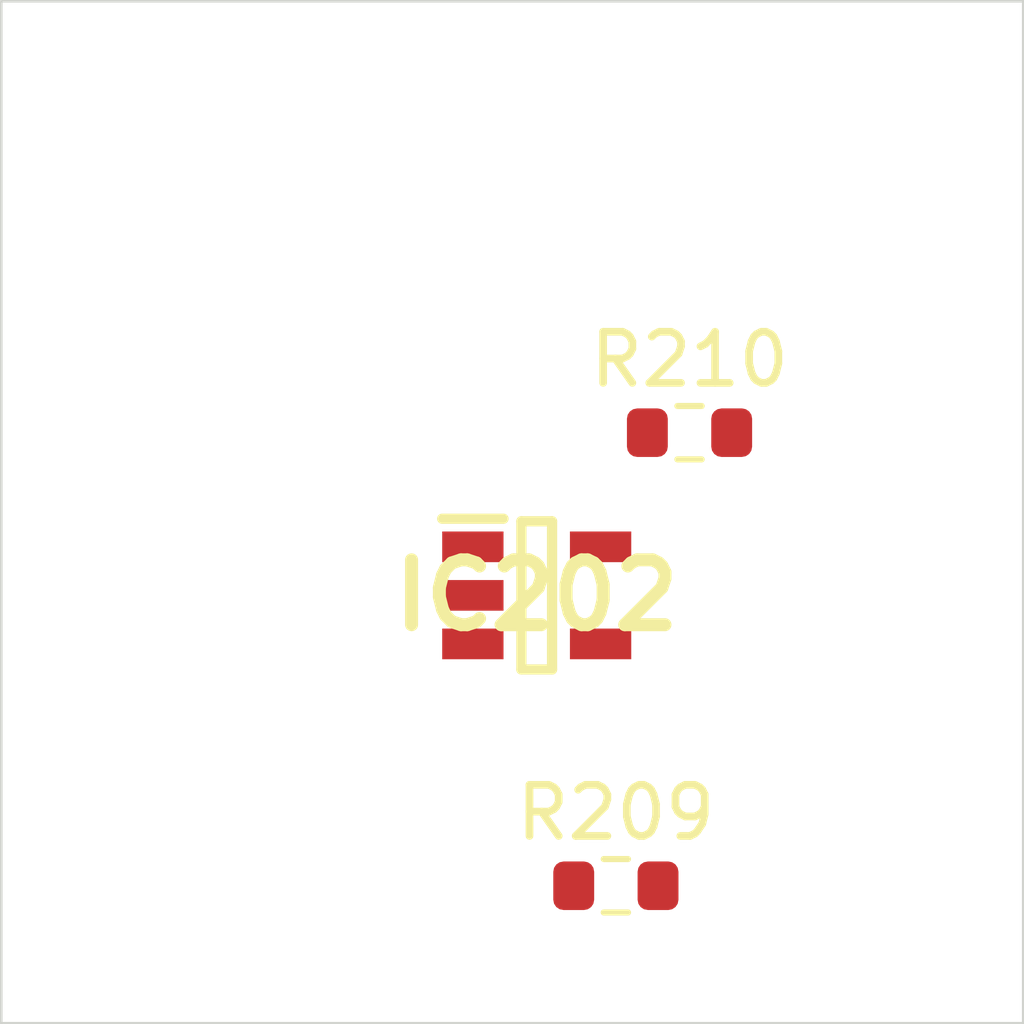
<source format=kicad_pcb>
 ( kicad_pcb  ( version 20171130 )
 ( host pcbnew 5.1.12-84ad8e8a86~92~ubuntu18.04.1 )
 ( general  ( thickness 1.6 )
 ( drawings 4 )
 ( tracks 0 )
 ( zones 0 )
 ( modules 3 )
 ( nets 5 )
)
 ( page A4 )
 ( layers  ( 0 F.Cu signal )
 ( 31 B.Cu signal )
 ( 32 B.Adhes user )
 ( 33 F.Adhes user )
 ( 34 B.Paste user )
 ( 35 F.Paste user )
 ( 36 B.SilkS user )
 ( 37 F.SilkS user )
 ( 38 B.Mask user )
 ( 39 F.Mask user )
 ( 40 Dwgs.User user )
 ( 41 Cmts.User user )
 ( 42 Eco1.User user )
 ( 43 Eco2.User user )
 ( 44 Edge.Cuts user )
 ( 45 Margin user )
 ( 46 B.CrtYd user )
 ( 47 F.CrtYd user )
 ( 48 B.Fab user )
 ( 49 F.Fab user )
)
 ( setup  ( last_trace_width 0.25 )
 ( trace_clearance 0.2 )
 ( zone_clearance 0.508 )
 ( zone_45_only no )
 ( trace_min 0.2 )
 ( via_size 0.8 )
 ( via_drill 0.4 )
 ( via_min_size 0.4 )
 ( via_min_drill 0.3 )
 ( uvia_size 0.3 )
 ( uvia_drill 0.1 )
 ( uvias_allowed no )
 ( uvia_min_size 0.2 )
 ( uvia_min_drill 0.1 )
 ( edge_width 0.05 )
 ( segment_width 0.2 )
 ( pcb_text_width 0.3 )
 ( pcb_text_size 1.5 1.5 )
 ( mod_edge_width 0.12 )
 ( mod_text_size 1 1 )
 ( mod_text_width 0.15 )
 ( pad_size 1.524 1.524 )
 ( pad_drill 0.762 )
 ( pad_to_mask_clearance 0 )
 ( aux_axis_origin 0 0 )
 ( visible_elements FFFFFF7F )
 ( pcbplotparams  ( layerselection 0x010fc_ffffffff )
 ( usegerberextensions false )
 ( usegerberattributes true )
 ( usegerberadvancedattributes true )
 ( creategerberjobfile true )
 ( excludeedgelayer true )
 ( linewidth 0.100000 )
 ( plotframeref false )
 ( viasonmask false )
 ( mode 1 )
 ( useauxorigin false )
 ( hpglpennumber 1 )
 ( hpglpenspeed 20 )
 ( hpglpendiameter 15.000000 )
 ( psnegative false )
 ( psa4output false )
 ( plotreference true )
 ( plotvalue true )
 ( plotinvisibletext false )
 ( padsonsilk false )
 ( subtractmaskfromsilk false )
 ( outputformat 1 )
 ( mirror false )
 ( drillshape 1 )
 ( scaleselection 1 )
 ( outputdirectory "" )
)
)
 ( net 0 "" )
 ( net 1 GND )
 ( net 2 VDDA )
 ( net 3 /Sheet6235D886/vp )
 ( net 4 "Net-(IC202-Pad3)" )
 ( net_class Default "This is the default net class."  ( clearance 0.2 )
 ( trace_width 0.25 )
 ( via_dia 0.8 )
 ( via_drill 0.4 )
 ( uvia_dia 0.3 )
 ( uvia_drill 0.1 )
 ( add_net /Sheet6235D886/vp )
 ( add_net GND )
 ( add_net "Net-(IC202-Pad3)" )
 ( add_net VDDA )
)
 ( module SOT95P280X145-5N locked  ( layer F.Cu )
 ( tedit 62336ED7 )
 ( tstamp 623423ED )
 ( at 90.479100 111.627000 )
 ( descr DBV0005A )
 ( tags "Integrated Circuit" )
 ( path /6235D887/6266C08E )
 ( attr smd )
 ( fp_text reference IC202  ( at 0 0 )
 ( layer F.SilkS )
 ( effects  ( font  ( size 1.27 1.27 )
 ( thickness 0.254 )
)
)
)
 ( fp_text value TL071HIDBVR  ( at 0 0 )
 ( layer F.SilkS )
hide  ( effects  ( font  ( size 1.27 1.27 )
 ( thickness 0.254 )
)
)
)
 ( fp_line  ( start -1.85 -1.5 )
 ( end -0.65 -1.5 )
 ( layer F.SilkS )
 ( width 0.2 )
)
 ( fp_line  ( start -0.3 1.45 )
 ( end -0.3 -1.45 )
 ( layer F.SilkS )
 ( width 0.2 )
)
 ( fp_line  ( start 0.3 1.45 )
 ( end -0.3 1.45 )
 ( layer F.SilkS )
 ( width 0.2 )
)
 ( fp_line  ( start 0.3 -1.45 )
 ( end 0.3 1.45 )
 ( layer F.SilkS )
 ( width 0.2 )
)
 ( fp_line  ( start -0.3 -1.45 )
 ( end 0.3 -1.45 )
 ( layer F.SilkS )
 ( width 0.2 )
)
 ( fp_line  ( start -0.8 -0.5 )
 ( end 0.15 -1.45 )
 ( layer Dwgs.User )
 ( width 0.1 )
)
 ( fp_line  ( start -0.8 1.45 )
 ( end -0.8 -1.45 )
 ( layer Dwgs.User )
 ( width 0.1 )
)
 ( fp_line  ( start 0.8 1.45 )
 ( end -0.8 1.45 )
 ( layer Dwgs.User )
 ( width 0.1 )
)
 ( fp_line  ( start 0.8 -1.45 )
 ( end 0.8 1.45 )
 ( layer Dwgs.User )
 ( width 0.1 )
)
 ( fp_line  ( start -0.8 -1.45 )
 ( end 0.8 -1.45 )
 ( layer Dwgs.User )
 ( width 0.1 )
)
 ( fp_line  ( start -2.1 1.775 )
 ( end -2.1 -1.775 )
 ( layer Dwgs.User )
 ( width 0.05 )
)
 ( fp_line  ( start 2.1 1.775 )
 ( end -2.1 1.775 )
 ( layer Dwgs.User )
 ( width 0.05 )
)
 ( fp_line  ( start 2.1 -1.775 )
 ( end 2.1 1.775 )
 ( layer Dwgs.User )
 ( width 0.05 )
)
 ( fp_line  ( start -2.1 -1.775 )
 ( end 2.1 -1.775 )
 ( layer Dwgs.User )
 ( width 0.05 )
)
 ( pad 1 smd rect  ( at -1.25 -0.95 90.000000 )
 ( size 0.6 1.2 )
 ( layers F.Cu F.Mask F.Paste )
 ( net 3 /Sheet6235D886/vp )
)
 ( pad 2 smd rect  ( at -1.25 0 90.000000 )
 ( size 0.6 1.2 )
 ( layers F.Cu F.Mask F.Paste )
 ( net 1 GND )
)
 ( pad 3 smd rect  ( at -1.25 0.95 90.000000 )
 ( size 0.6 1.2 )
 ( layers F.Cu F.Mask F.Paste )
 ( net 4 "Net-(IC202-Pad3)" )
)
 ( pad 4 smd rect  ( at 1.25 0.95 90.000000 )
 ( size 0.6 1.2 )
 ( layers F.Cu F.Mask F.Paste )
 ( net 3 /Sheet6235D886/vp )
)
 ( pad 5 smd rect  ( at 1.25 -0.95 90.000000 )
 ( size 0.6 1.2 )
 ( layers F.Cu F.Mask F.Paste )
 ( net 2 VDDA )
)
)
 ( module Resistor_SMD:R_0603_1608Metric  ( layer F.Cu )
 ( tedit 5F68FEEE )
 ( tstamp 62342595 )
 ( at 92.028300 117.310000 )
 ( descr "Resistor SMD 0603 (1608 Metric), square (rectangular) end terminal, IPC_7351 nominal, (Body size source: IPC-SM-782 page 72, https://www.pcb-3d.com/wordpress/wp-content/uploads/ipc-sm-782a_amendment_1_and_2.pdf), generated with kicad-footprint-generator" )
 ( tags resistor )
 ( path /6235D887/623CDBD9 )
 ( attr smd )
 ( fp_text reference R209  ( at 0 -1.43 )
 ( layer F.SilkS )
 ( effects  ( font  ( size 1 1 )
 ( thickness 0.15 )
)
)
)
 ( fp_text value 100k  ( at 0 1.43 )
 ( layer F.Fab )
 ( effects  ( font  ( size 1 1 )
 ( thickness 0.15 )
)
)
)
 ( fp_line  ( start -0.8 0.4125 )
 ( end -0.8 -0.4125 )
 ( layer F.Fab )
 ( width 0.1 )
)
 ( fp_line  ( start -0.8 -0.4125 )
 ( end 0.8 -0.4125 )
 ( layer F.Fab )
 ( width 0.1 )
)
 ( fp_line  ( start 0.8 -0.4125 )
 ( end 0.8 0.4125 )
 ( layer F.Fab )
 ( width 0.1 )
)
 ( fp_line  ( start 0.8 0.4125 )
 ( end -0.8 0.4125 )
 ( layer F.Fab )
 ( width 0.1 )
)
 ( fp_line  ( start -0.237258 -0.5225 )
 ( end 0.237258 -0.5225 )
 ( layer F.SilkS )
 ( width 0.12 )
)
 ( fp_line  ( start -0.237258 0.5225 )
 ( end 0.237258 0.5225 )
 ( layer F.SilkS )
 ( width 0.12 )
)
 ( fp_line  ( start -1.48 0.73 )
 ( end -1.48 -0.73 )
 ( layer F.CrtYd )
 ( width 0.05 )
)
 ( fp_line  ( start -1.48 -0.73 )
 ( end 1.48 -0.73 )
 ( layer F.CrtYd )
 ( width 0.05 )
)
 ( fp_line  ( start 1.48 -0.73 )
 ( end 1.48 0.73 )
 ( layer F.CrtYd )
 ( width 0.05 )
)
 ( fp_line  ( start 1.48 0.73 )
 ( end -1.48 0.73 )
 ( layer F.CrtYd )
 ( width 0.05 )
)
 ( fp_text user %R  ( at 0 0 )
 ( layer F.Fab )
 ( effects  ( font  ( size 0.4 0.4 )
 ( thickness 0.06 )
)
)
)
 ( pad 1 smd roundrect  ( at -0.825 0 )
 ( size 0.8 0.95 )
 ( layers F.Cu F.Mask F.Paste )
 ( roundrect_rratio 0.25 )
 ( net 2 VDDA )
)
 ( pad 2 smd roundrect  ( at 0.825 0 )
 ( size 0.8 0.95 )
 ( layers F.Cu F.Mask F.Paste )
 ( roundrect_rratio 0.25 )
 ( net 4 "Net-(IC202-Pad3)" )
)
 ( model ${KISYS3DMOD}/Resistor_SMD.3dshapes/R_0603_1608Metric.wrl  ( at  ( xyz 0 0 0 )
)
 ( scale  ( xyz 1 1 1 )
)
 ( rotate  ( xyz 0 0 0 )
)
)
)
 ( module Resistor_SMD:R_0603_1608Metric  ( layer F.Cu )
 ( tedit 5F68FEEE )
 ( tstamp 623425A6 )
 ( at 93.469700 108.443000 )
 ( descr "Resistor SMD 0603 (1608 Metric), square (rectangular) end terminal, IPC_7351 nominal, (Body size source: IPC-SM-782 page 72, https://www.pcb-3d.com/wordpress/wp-content/uploads/ipc-sm-782a_amendment_1_and_2.pdf), generated with kicad-footprint-generator" )
 ( tags resistor )
 ( path /6235D887/623CDBDF )
 ( attr smd )
 ( fp_text reference R210  ( at 0 -1.43 )
 ( layer F.SilkS )
 ( effects  ( font  ( size 1 1 )
 ( thickness 0.15 )
)
)
)
 ( fp_text value 100k  ( at 0 1.43 )
 ( layer F.Fab )
 ( effects  ( font  ( size 1 1 )
 ( thickness 0.15 )
)
)
)
 ( fp_line  ( start 1.48 0.73 )
 ( end -1.48 0.73 )
 ( layer F.CrtYd )
 ( width 0.05 )
)
 ( fp_line  ( start 1.48 -0.73 )
 ( end 1.48 0.73 )
 ( layer F.CrtYd )
 ( width 0.05 )
)
 ( fp_line  ( start -1.48 -0.73 )
 ( end 1.48 -0.73 )
 ( layer F.CrtYd )
 ( width 0.05 )
)
 ( fp_line  ( start -1.48 0.73 )
 ( end -1.48 -0.73 )
 ( layer F.CrtYd )
 ( width 0.05 )
)
 ( fp_line  ( start -0.237258 0.5225 )
 ( end 0.237258 0.5225 )
 ( layer F.SilkS )
 ( width 0.12 )
)
 ( fp_line  ( start -0.237258 -0.5225 )
 ( end 0.237258 -0.5225 )
 ( layer F.SilkS )
 ( width 0.12 )
)
 ( fp_line  ( start 0.8 0.4125 )
 ( end -0.8 0.4125 )
 ( layer F.Fab )
 ( width 0.1 )
)
 ( fp_line  ( start 0.8 -0.4125 )
 ( end 0.8 0.4125 )
 ( layer F.Fab )
 ( width 0.1 )
)
 ( fp_line  ( start -0.8 -0.4125 )
 ( end 0.8 -0.4125 )
 ( layer F.Fab )
 ( width 0.1 )
)
 ( fp_line  ( start -0.8 0.4125 )
 ( end -0.8 -0.4125 )
 ( layer F.Fab )
 ( width 0.1 )
)
 ( fp_text user %R  ( at 0 0 )
 ( layer F.Fab )
 ( effects  ( font  ( size 0.4 0.4 )
 ( thickness 0.06 )
)
)
)
 ( pad 2 smd roundrect  ( at 0.825 0 )
 ( size 0.8 0.95 )
 ( layers F.Cu F.Mask F.Paste )
 ( roundrect_rratio 0.25 )
 ( net 1 GND )
)
 ( pad 1 smd roundrect  ( at -0.825 0 )
 ( size 0.8 0.95 )
 ( layers F.Cu F.Mask F.Paste )
 ( roundrect_rratio 0.25 )
 ( net 4 "Net-(IC202-Pad3)" )
)
 ( model ${KISYS3DMOD}/Resistor_SMD.3dshapes/R_0603_1608Metric.wrl  ( at  ( xyz 0 0 0 )
)
 ( scale  ( xyz 1 1 1 )
)
 ( rotate  ( xyz 0 0 0 )
)
)
)
 ( gr_line  ( start 100 100 )
 ( end 100 120 )
 ( layer Edge.Cuts )
 ( width 0.05 )
 ( tstamp 62E770C4 )
)
 ( gr_line  ( start 80 120 )
 ( end 100 120 )
 ( layer Edge.Cuts )
 ( width 0.05 )
 ( tstamp 62E770C0 )
)
 ( gr_line  ( start 80 100 )
 ( end 100 100 )
 ( layer Edge.Cuts )
 ( width 0.05 )
 ( tstamp 6234110C )
)
 ( gr_line  ( start 80 100 )
 ( end 80 120 )
 ( layer Edge.Cuts )
 ( width 0.05 )
)
)

</source>
